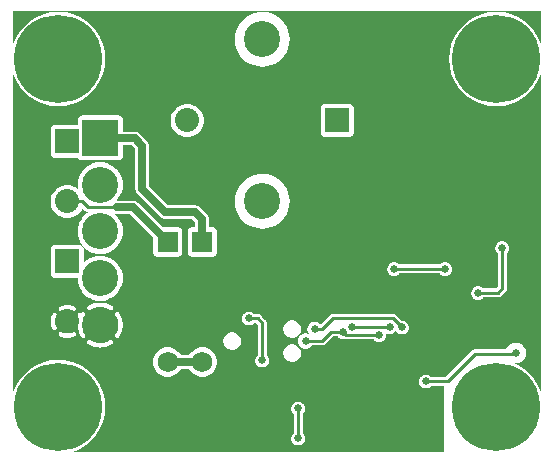
<source format=gbr>
G04 start of page 3 for group 1 idx 1 *
G04 Title: (unknown), bottom *
G04 Creator: pcb 20140316 *
G04 CreationDate: Wed 15 Apr 2020 03:26:38 PM GMT UTC *
G04 For: railfan *
G04 Format: Gerber/RS-274X *
G04 PCB-Dimensions (mil): 1800.00 1500.00 *
G04 PCB-Coordinate-Origin: lower left *
%MOIN*%
%FSLAX25Y25*%
%LNBOTTOM*%
%ADD49C,0.0390*%
%ADD48C,0.0380*%
%ADD47C,0.0600*%
%ADD46C,0.1285*%
%ADD45C,0.0480*%
%ADD44C,0.0120*%
%ADD43C,0.0260*%
%ADD42C,0.0680*%
%ADD41C,0.1200*%
%ADD40C,0.2937*%
%ADD39C,0.0800*%
%ADD38C,0.0250*%
%ADD37C,0.0100*%
%ADD36C,0.0001*%
G54D36*G36*
X36442Y46813D02*X36582Y46500D01*
X36764Y45967D01*
X36895Y45420D01*
X36974Y44862D01*
X37000Y44300D01*
X36974Y43738D01*
X36895Y43180D01*
X36764Y42633D01*
X36582Y42100D01*
X36442Y41787D01*
Y46813D01*
G37*
G36*
Y99213D02*X37235Y99214D01*
X37465Y99269D01*
X37683Y99359D01*
X37884Y99483D01*
X38064Y99636D01*
X38217Y99816D01*
X38341Y100017D01*
X38431Y100235D01*
X38486Y100465D01*
X38500Y100700D01*
X38496Y104250D01*
X41568D01*
X42750Y103068D01*
Y89588D01*
X42743Y89500D01*
X42771Y89147D01*
X42854Y88803D01*
X42989Y88475D01*
X43174Y88173D01*
X43174Y88173D01*
X43404Y87904D01*
X43471Y87847D01*
X50847Y80471D01*
X50904Y80404D01*
X51173Y80174D01*
X51173Y80174D01*
X51361Y80059D01*
X51475Y79989D01*
X51803Y79854D01*
X52147Y79771D01*
X52147D01*
X52500Y79743D01*
X52588Y79750D01*
X61500D01*
Y76886D01*
X61365Y76886D01*
X61135Y76831D01*
X60917Y76741D01*
X60716Y76617D01*
X60536Y76464D01*
X60383Y76284D01*
X60259Y76083D01*
X60169Y75865D01*
X60114Y75635D01*
X60100Y75400D01*
X60114Y68365D01*
X60169Y68135D01*
X60259Y67917D01*
X60383Y67716D01*
X60536Y67536D01*
X60716Y67383D01*
X60917Y67259D01*
X61135Y67169D01*
X61365Y67114D01*
X61500Y67106D01*
Y35447D01*
X61024Y34889D01*
X60632Y34250D01*
X57868D01*
X57476Y34889D01*
X56976Y35476D01*
X56389Y35976D01*
X55731Y36379D01*
X55019Y36675D01*
X54269Y36855D01*
X53500Y36915D01*
X52731Y36855D01*
X51981Y36675D01*
X51269Y36379D01*
X50611Y35976D01*
X50024Y35476D01*
X49524Y34889D01*
X49121Y34231D01*
X48825Y33519D01*
X48645Y32769D01*
X48585Y32000D01*
X48645Y31231D01*
X48825Y30481D01*
X49121Y29769D01*
X49524Y29111D01*
X50024Y28524D01*
X50611Y28024D01*
X51269Y27621D01*
X51981Y27325D01*
X52731Y27145D01*
X53500Y27085D01*
X54269Y27145D01*
X55019Y27325D01*
X55731Y27621D01*
X56389Y28024D01*
X56976Y28524D01*
X57476Y29111D01*
X57868Y29750D01*
X60632D01*
X61024Y29111D01*
X61500Y28553D01*
Y2000D01*
X36442D01*
Y39995D01*
X36522Y39967D01*
X36638Y39947D01*
X36757Y39946D01*
X36873Y39963D01*
X36986Y39998D01*
X37092Y40050D01*
X37188Y40118D01*
X37273Y40200D01*
X37342Y40296D01*
X37696Y40904D01*
X37985Y41547D01*
X38213Y42214D01*
X38376Y42899D01*
X38475Y43596D01*
X38508Y44300D01*
X38475Y45004D01*
X38376Y45701D01*
X38213Y46386D01*
X37985Y47053D01*
X37696Y47696D01*
X37349Y48308D01*
X37278Y48404D01*
X37193Y48487D01*
X37095Y48556D01*
X36989Y48609D01*
X36875Y48644D01*
X36757Y48661D01*
X36638Y48659D01*
X36521Y48639D01*
X36442Y48612D01*
Y54723D01*
X37086Y55478D01*
X37703Y56485D01*
X38155Y57575D01*
X38431Y58723D01*
X38500Y59900D01*
X38431Y61077D01*
X38155Y62225D01*
X37703Y63315D01*
X37086Y64322D01*
X36442Y65077D01*
Y70323D01*
X37086Y71078D01*
X37703Y72085D01*
X38155Y73175D01*
X38431Y74323D01*
X38500Y75500D01*
X38431Y76677D01*
X38155Y77825D01*
X37703Y78915D01*
X37086Y79922D01*
X36442Y80677D01*
Y81253D01*
X36500Y81250D01*
X41068D01*
X48603Y73715D01*
X48614Y68365D01*
X48669Y68135D01*
X48759Y67917D01*
X48883Y67716D01*
X49036Y67536D01*
X49216Y67383D01*
X49417Y67259D01*
X49635Y67169D01*
X49865Y67114D01*
X50100Y67100D01*
X57135Y67114D01*
X57365Y67169D01*
X57583Y67259D01*
X57784Y67383D01*
X57964Y67536D01*
X58117Y67716D01*
X58241Y67917D01*
X58331Y68135D01*
X58386Y68365D01*
X58400Y68600D01*
X58386Y75635D01*
X58331Y75865D01*
X58241Y76083D01*
X58117Y76284D01*
X57964Y76464D01*
X57784Y76617D01*
X57583Y76741D01*
X57365Y76831D01*
X57135Y76886D01*
X56900Y76900D01*
X51792Y76890D01*
X43653Y85029D01*
X43596Y85096D01*
X43327Y85326D01*
X43025Y85511D01*
X42697Y85646D01*
X42353Y85729D01*
X42353Y85729D01*
X42000Y85757D01*
X41912Y85750D01*
X36500D01*
X36442Y85747D01*
Y85923D01*
X37086Y86678D01*
X37703Y87685D01*
X38155Y88775D01*
X38431Y89923D01*
X38500Y91100D01*
X38431Y92277D01*
X38155Y93425D01*
X37703Y94515D01*
X37086Y95522D01*
X36442Y96277D01*
Y99213D01*
G37*
G36*
Y149000D02*X61500D01*
Y117796D01*
X60863Y117949D01*
X60000Y118017D01*
X59137Y117949D01*
X58295Y117747D01*
X57495Y117416D01*
X56757Y116963D01*
X56099Y116401D01*
X55537Y115743D01*
X55084Y115005D01*
X54753Y114205D01*
X54551Y113363D01*
X54483Y112500D01*
X54551Y111637D01*
X54753Y110795D01*
X55084Y109995D01*
X55537Y109257D01*
X56099Y108599D01*
X56757Y108037D01*
X57495Y107584D01*
X58295Y107253D01*
X59137Y107051D01*
X60000Y106983D01*
X60863Y107051D01*
X61500Y107204D01*
Y84250D01*
X53432D01*
X47250Y90432D01*
Y103912D01*
X47257Y104000D01*
X47229Y104353D01*
X47146Y104697D01*
X47107Y104793D01*
X47011Y105025D01*
X46896Y105212D01*
X46826Y105327D01*
X46826Y105327D01*
X46596Y105596D01*
X46529Y105653D01*
X44153Y108029D01*
X44096Y108096D01*
X43827Y108326D01*
X43525Y108511D01*
X43197Y108646D01*
X42853Y108729D01*
X42853Y108729D01*
X42500Y108757D01*
X42412Y108750D01*
X38491D01*
X38486Y112935D01*
X38431Y113165D01*
X38341Y113383D01*
X38217Y113584D01*
X38064Y113764D01*
X37884Y113917D01*
X37683Y114041D01*
X37465Y114131D01*
X37235Y114186D01*
X37000Y114200D01*
X36442Y114199D01*
Y149000D01*
G37*
G36*
Y80677D02*X36320Y80820D01*
X35593Y81440D01*
X35803Y81354D01*
X36147Y81271D01*
X36442Y81253D01*
Y80677D01*
G37*
G36*
Y85747D02*X36268Y85736D01*
X36320Y85780D01*
X36442Y85923D01*
Y85747D01*
G37*
G36*
X31003Y52377D02*X32177Y52469D01*
X33325Y52745D01*
X34415Y53197D01*
X35422Y53814D01*
X36320Y54580D01*
X36442Y54723D01*
Y48612D01*
X36408Y48601D01*
X36302Y48545D01*
X36207Y48474D01*
X36124Y48389D01*
X36055Y48291D01*
X36003Y48185D01*
X35967Y48071D01*
X35950Y47953D01*
X35952Y47834D01*
X35972Y47717D01*
X36010Y47604D01*
X36068Y47500D01*
X36351Y47014D01*
X36442Y46813D01*
Y41787D01*
X36351Y41586D01*
X36073Y41097D01*
X36016Y40994D01*
X35978Y40882D01*
X35958Y40765D01*
X35957Y40647D01*
X35974Y40531D01*
X36009Y40418D01*
X36061Y40312D01*
X36129Y40215D01*
X36211Y40131D01*
X36306Y40060D01*
X36410Y40005D01*
X36442Y39995D01*
Y2000D01*
X31003D01*
Y9834D01*
X31018Y9858D01*
X31962Y12138D01*
X32539Y14539D01*
X32684Y17000D01*
X32539Y19461D01*
X31962Y21862D01*
X31018Y24142D01*
X31003Y24166D01*
Y36792D01*
X31704Y36825D01*
X32401Y36924D01*
X33086Y37087D01*
X33753Y37315D01*
X34396Y37604D01*
X35008Y37951D01*
X35104Y38022D01*
X35187Y38107D01*
X35256Y38205D01*
X35309Y38311D01*
X35344Y38425D01*
X35361Y38543D01*
X35359Y38662D01*
X35339Y38779D01*
X35301Y38892D01*
X35245Y38998D01*
X35174Y39093D01*
X35089Y39176D01*
X34991Y39245D01*
X34885Y39297D01*
X34771Y39333D01*
X34653Y39350D01*
X34534Y39348D01*
X34417Y39328D01*
X34304Y39290D01*
X34200Y39232D01*
X33714Y38949D01*
X33200Y38718D01*
X32667Y38536D01*
X32120Y38405D01*
X31562Y38326D01*
X31003Y38300D01*
Y50300D01*
X31562Y50274D01*
X32120Y50195D01*
X32667Y50064D01*
X33200Y49882D01*
X33714Y49651D01*
X34203Y49373D01*
X34306Y49316D01*
X34418Y49278D01*
X34535Y49258D01*
X34653Y49257D01*
X34769Y49274D01*
X34882Y49309D01*
X34988Y49361D01*
X35085Y49429D01*
X35169Y49511D01*
X35240Y49606D01*
X35295Y49710D01*
X35333Y49822D01*
X35353Y49938D01*
X35354Y50057D01*
X35337Y50173D01*
X35302Y50286D01*
X35250Y50392D01*
X35182Y50488D01*
X35100Y50573D01*
X35004Y50642D01*
X34396Y50996D01*
X33753Y51285D01*
X33086Y51513D01*
X32401Y51676D01*
X31704Y51775D01*
X31003Y51808D01*
Y52377D01*
G37*
G36*
Y67977D02*X32177Y68069D01*
X33325Y68345D01*
X34415Y68797D01*
X35422Y69414D01*
X36320Y70180D01*
X36442Y70323D01*
Y65077D01*
X36320Y65220D01*
X35422Y65986D01*
X34415Y66603D01*
X33325Y67055D01*
X32177Y67331D01*
X31003Y67423D01*
Y67977D01*
G37*
G36*
Y99207D02*X36442Y99213D01*
Y96277D01*
X36320Y96420D01*
X35422Y97186D01*
X34415Y97803D01*
X33325Y98255D01*
X32177Y98531D01*
X31003Y98623D01*
Y99207D01*
G37*
G36*
Y125834D02*X31018Y125858D01*
X31962Y128138D01*
X32539Y130539D01*
X32684Y133000D01*
X32539Y135461D01*
X31962Y137862D01*
X31018Y140142D01*
X31003Y140166D01*
Y149000D01*
X36442D01*
Y114199D01*
X31003Y114193D01*
Y125834D01*
G37*
G36*
Y2000D02*X21705D01*
X21862Y2038D01*
X24142Y2982D01*
X26247Y4272D01*
X28124Y5876D01*
X29728Y7753D01*
X31003Y9834D01*
Y2000D01*
G37*
G36*
Y140166D02*X29728Y142247D01*
X28124Y144124D01*
X26247Y145728D01*
X24142Y147018D01*
X21862Y147962D01*
X19461Y148539D01*
X17000Y148732D01*
X14539Y148539D01*
X12138Y147962D01*
X9858Y147018D01*
X7753Y145728D01*
X5876Y144124D01*
X4272Y142247D01*
X2982Y140142D01*
X2038Y137862D01*
X2000Y137705D01*
Y149000D01*
X31003D01*
Y140166D01*
G37*
G36*
X24764Y55722D02*X24914Y55478D01*
X25680Y54580D01*
X26578Y53814D01*
X27585Y53197D01*
X28675Y52745D01*
X29823Y52469D01*
X31000Y52377D01*
X31003Y52377D01*
Y51808D01*
X31000Y51808D01*
X30296Y51775D01*
X29599Y51676D01*
X28914Y51513D01*
X28247Y51285D01*
X27604Y50996D01*
X26992Y50649D01*
X26896Y50578D01*
X26813Y50493D01*
X26744Y50395D01*
X26691Y50289D01*
X26656Y50175D01*
X26639Y50057D01*
X26641Y49938D01*
X26661Y49821D01*
X26699Y49708D01*
X26755Y49602D01*
X26826Y49507D01*
X26911Y49424D01*
X27009Y49355D01*
X27115Y49303D01*
X27229Y49267D01*
X27347Y49250D01*
X27466Y49252D01*
X27583Y49272D01*
X27696Y49310D01*
X27800Y49368D01*
X28286Y49651D01*
X28800Y49882D01*
X29333Y50064D01*
X29880Y50195D01*
X30438Y50274D01*
X31000Y50300D01*
X31003Y50300D01*
Y38300D01*
X31000Y38300D01*
X30438Y38326D01*
X29880Y38405D01*
X29333Y38536D01*
X28800Y38718D01*
X28286Y38949D01*
X27797Y39227D01*
X27694Y39284D01*
X27582Y39322D01*
X27465Y39342D01*
X27347Y39343D01*
X27231Y39326D01*
X27118Y39291D01*
X27012Y39239D01*
X26915Y39171D01*
X26831Y39089D01*
X26760Y38994D01*
X26705Y38890D01*
X26667Y38778D01*
X26647Y38662D01*
X26646Y38543D01*
X26663Y38427D01*
X26698Y38314D01*
X26750Y38208D01*
X26818Y38112D01*
X26900Y38027D01*
X26996Y37958D01*
X27604Y37604D01*
X28247Y37315D01*
X28914Y37087D01*
X29599Y36924D01*
X30296Y36825D01*
X31000Y36792D01*
X31003Y36792D01*
Y24166D01*
X29728Y26247D01*
X28124Y28124D01*
X26247Y29728D01*
X24764Y30636D01*
Y40154D01*
X24807Y40113D01*
X24905Y40044D01*
X25011Y39991D01*
X25125Y39956D01*
X25243Y39939D01*
X25362Y39941D01*
X25479Y39961D01*
X25592Y39999D01*
X25698Y40055D01*
X25793Y40126D01*
X25876Y40211D01*
X25945Y40309D01*
X25997Y40415D01*
X26033Y40529D01*
X26050Y40647D01*
X26048Y40766D01*
X26028Y40883D01*
X25990Y40996D01*
X25932Y41100D01*
X25649Y41586D01*
X25418Y42100D01*
X25236Y42633D01*
X25105Y43180D01*
X25077Y43382D01*
X25122Y43480D01*
X25289Y43969D01*
X25409Y44472D01*
X25482Y44984D01*
X25506Y45500D01*
X25482Y46016D01*
X25415Y46490D01*
X25418Y46500D01*
X25649Y47014D01*
X25927Y47503D01*
X25984Y47606D01*
X26022Y47718D01*
X26042Y47835D01*
X26043Y47953D01*
X26026Y48069D01*
X25991Y48182D01*
X25939Y48288D01*
X25871Y48385D01*
X25789Y48469D01*
X25694Y48540D01*
X25590Y48595D01*
X25478Y48633D01*
X25362Y48653D01*
X25243Y48654D01*
X25127Y48637D01*
X25014Y48602D01*
X24908Y48550D01*
X24812Y48482D01*
X24764Y48436D01*
Y55722D01*
G37*
G36*
Y71322D02*X24914Y71078D01*
X25680Y70180D01*
X26578Y69414D01*
X27585Y68797D01*
X28675Y68345D01*
X29823Y68069D01*
X31000Y67977D01*
X31003Y67977D01*
Y67423D01*
X31000Y67423D01*
X29823Y67331D01*
X28675Y67055D01*
X27585Y66603D01*
X26578Y65986D01*
X25680Y65220D01*
X25494Y65002D01*
X25486Y69735D01*
X25431Y69965D01*
X25341Y70183D01*
X25217Y70384D01*
X25064Y70564D01*
X24884Y70717D01*
X24764Y70791D01*
Y71322D01*
G37*
G36*
Y82749D02*X24916Y82995D01*
X25053Y83326D01*
X25898Y82481D01*
X25936Y82436D01*
X26116Y82283D01*
X26317Y82159D01*
X26535Y82069D01*
X26765Y82014D01*
X27000Y81995D01*
X27059Y82000D01*
X27253D01*
X26578Y81586D01*
X25680Y80820D01*
X24914Y79922D01*
X24764Y79678D01*
Y82749D01*
G37*
G36*
Y99214D02*X24765Y99214D01*
X25000Y99200D01*
X31003Y99207D01*
Y98623D01*
X31000Y98623D01*
X29823Y98531D01*
X28675Y98255D01*
X27585Y97803D01*
X26578Y97186D01*
X25680Y96420D01*
X24914Y95522D01*
X24764Y95278D01*
Y99214D01*
G37*
G36*
Y119364D02*X26247Y120272D01*
X28124Y121876D01*
X29728Y123753D01*
X31003Y125834D01*
Y114193D01*
X24765Y114186D01*
X24764Y114186D01*
Y119364D01*
G37*
G36*
X20002Y60007D02*X23486Y60013D01*
X23477Y59900D01*
X23569Y58723D01*
X23845Y57575D01*
X24297Y56485D01*
X24764Y55722D01*
Y48436D01*
X24727Y48400D01*
X24658Y48304D01*
X24646Y48283D01*
X24580Y48323D01*
X24471Y48369D01*
X24355Y48397D01*
X24237Y48406D01*
X24119Y48397D01*
X24003Y48370D01*
X23893Y48324D01*
X23792Y48262D01*
X23702Y48186D01*
X23624Y48095D01*
X23562Y47994D01*
X23516Y47885D01*
X23489Y47769D01*
X23479Y47651D01*
X23488Y47532D01*
X23516Y47417D01*
X23563Y47308D01*
X23721Y46968D01*
X23842Y46612D01*
X23851Y46574D01*
X23787Y46386D01*
X23624Y45701D01*
X23525Y45004D01*
X23492Y44300D01*
X23525Y43596D01*
X23525Y43594D01*
X23520Y43582D01*
X23493Y43467D01*
X23483Y43349D01*
X23493Y43232D01*
X23521Y43117D01*
X23566Y43008D01*
X23621Y42919D01*
X23624Y42899D01*
X23787Y42214D01*
X24015Y41547D01*
X24304Y40904D01*
X24651Y40292D01*
X24722Y40196D01*
X24764Y40154D01*
Y30636D01*
X24142Y31018D01*
X21862Y31962D01*
X20002Y32409D01*
Y39994D01*
X20516Y40018D01*
X21028Y40091D01*
X21531Y40211D01*
X22020Y40378D01*
X22492Y40590D01*
X22593Y40651D01*
X22684Y40728D01*
X22761Y40818D01*
X22823Y40920D01*
X22869Y41029D01*
X22897Y41145D01*
X22906Y41263D01*
X22897Y41381D01*
X22870Y41497D01*
X22824Y41607D01*
X22762Y41708D01*
X22686Y41798D01*
X22595Y41876D01*
X22494Y41938D01*
X22385Y41984D01*
X22269Y42011D01*
X22151Y42021D01*
X22032Y42012D01*
X21917Y41984D01*
X21808Y41937D01*
X21468Y41779D01*
X21112Y41658D01*
X20747Y41570D01*
X20375Y41518D01*
X20002Y41500D01*
Y49500D01*
X20375Y49482D01*
X20747Y49430D01*
X21112Y49342D01*
X21468Y49221D01*
X21810Y49067D01*
X21918Y49020D01*
X22033Y48993D01*
X22151Y48983D01*
X22268Y48993D01*
X22383Y49021D01*
X22492Y49066D01*
X22593Y49128D01*
X22682Y49205D01*
X22759Y49295D01*
X22820Y49395D01*
X22865Y49504D01*
X22893Y49619D01*
X22902Y49737D01*
X22892Y49855D01*
X22865Y49969D01*
X22819Y50078D01*
X22757Y50179D01*
X22681Y50269D01*
X22591Y50345D01*
X22489Y50405D01*
X22020Y50622D01*
X21531Y50789D01*
X21028Y50909D01*
X20516Y50982D01*
X20002Y51006D01*
Y60007D01*
G37*
G36*
Y79983D02*X20863Y80051D01*
X21705Y80253D01*
X22505Y80584D01*
X23243Y81037D01*
X23901Y81599D01*
X24463Y82257D01*
X24764Y82749D01*
Y79678D01*
X24297Y78915D01*
X23845Y77825D01*
X23569Y76677D01*
X23477Y75500D01*
X23569Y74323D01*
X23845Y73175D01*
X24297Y72085D01*
X24764Y71322D01*
Y70791D01*
X24683Y70841D01*
X24465Y70931D01*
X24235Y70986D01*
X24000Y71000D01*
X20002Y70993D01*
Y79983D01*
G37*
G36*
Y100007D02*X23662Y100013D01*
X23783Y99816D01*
X23936Y99636D01*
X24116Y99483D01*
X24317Y99359D01*
X24535Y99269D01*
X24764Y99214D01*
Y95278D01*
X24297Y94515D01*
X23845Y93425D01*
X23569Y92277D01*
X23477Y91100D01*
X23569Y89923D01*
X23642Y89623D01*
X23243Y89963D01*
X22505Y90416D01*
X21705Y90747D01*
X20863Y90949D01*
X20002Y91017D01*
Y100007D01*
G37*
G36*
Y117591D02*X21862Y118038D01*
X24142Y118982D01*
X24764Y119364D01*
Y114186D01*
X24535Y114131D01*
X24317Y114041D01*
X24116Y113917D01*
X23936Y113764D01*
X23783Y113584D01*
X23659Y113383D01*
X23569Y113165D01*
X23514Y112935D01*
X23500Y112700D01*
X23502Y110999D01*
X20002Y110993D01*
Y117591D01*
G37*
G36*
X15507Y60080D02*X15535Y60069D01*
X15765Y60014D01*
X16000Y60000D01*
X20002Y60007D01*
Y51006D01*
X20000Y51006D01*
X19484Y50982D01*
X18972Y50909D01*
X18469Y50789D01*
X17980Y50622D01*
X17508Y50410D01*
X17407Y50349D01*
X17316Y50272D01*
X17239Y50182D01*
X17177Y50080D01*
X17131Y49971D01*
X17103Y49855D01*
X17094Y49737D01*
X17103Y49619D01*
X17130Y49503D01*
X17176Y49393D01*
X17238Y49292D01*
X17314Y49202D01*
X17405Y49124D01*
X17506Y49062D01*
X17615Y49016D01*
X17731Y48989D01*
X17849Y48979D01*
X17968Y48988D01*
X18083Y49016D01*
X18192Y49063D01*
X18532Y49221D01*
X18888Y49342D01*
X19253Y49430D01*
X19625Y49482D01*
X20000Y49500D01*
X20002Y49500D01*
Y41500D01*
X20000Y41500D01*
X19625Y41518D01*
X19253Y41570D01*
X18888Y41658D01*
X18532Y41779D01*
X18190Y41933D01*
X18082Y41980D01*
X17967Y42007D01*
X17849Y42017D01*
X17732Y42007D01*
X17617Y41979D01*
X17508Y41934D01*
X17407Y41872D01*
X17318Y41795D01*
X17241Y41705D01*
X17180Y41605D01*
X17135Y41496D01*
X17107Y41381D01*
X17098Y41263D01*
X17108Y41145D01*
X17135Y41031D01*
X17181Y40922D01*
X17243Y40821D01*
X17319Y40731D01*
X17409Y40655D01*
X17511Y40595D01*
X17980Y40378D01*
X18469Y40211D01*
X18972Y40091D01*
X19484Y40018D01*
X20000Y39994D01*
X20002Y39994D01*
Y32409D01*
X19461Y32539D01*
X17000Y32732D01*
X15507Y32615D01*
Y42640D01*
X15529Y42631D01*
X15645Y42603D01*
X15763Y42594D01*
X15881Y42603D01*
X15997Y42630D01*
X16107Y42676D01*
X16208Y42738D01*
X16298Y42814D01*
X16376Y42905D01*
X16438Y43006D01*
X16484Y43115D01*
X16511Y43231D01*
X16521Y43349D01*
X16512Y43468D01*
X16484Y43583D01*
X16437Y43692D01*
X16279Y44032D01*
X16158Y44388D01*
X16070Y44753D01*
X16018Y45125D01*
X16000Y45500D01*
X16018Y45875D01*
X16070Y46247D01*
X16158Y46612D01*
X16279Y46968D01*
X16433Y47310D01*
X16480Y47418D01*
X16507Y47533D01*
X16517Y47651D01*
X16507Y47768D01*
X16479Y47883D01*
X16434Y47992D01*
X16372Y48093D01*
X16295Y48182D01*
X16205Y48259D01*
X16105Y48320D01*
X15996Y48365D01*
X15881Y48393D01*
X15763Y48402D01*
X15645Y48392D01*
X15531Y48365D01*
X15507Y48355D01*
Y60080D01*
G37*
G36*
Y82305D02*X15537Y82257D01*
X16099Y81599D01*
X16757Y81037D01*
X17495Y80584D01*
X18295Y80253D01*
X19137Y80051D01*
X20000Y79983D01*
X20002Y79983D01*
Y70993D01*
X15765Y70986D01*
X15535Y70931D01*
X15507Y70920D01*
Y82305D01*
G37*
G36*
Y100080D02*X15535Y100069D01*
X15765Y100014D01*
X16000Y100000D01*
X20002Y100007D01*
Y91017D01*
X20000Y91017D01*
X19137Y90949D01*
X18295Y90747D01*
X17495Y90416D01*
X16757Y89963D01*
X16099Y89401D01*
X15537Y88743D01*
X15507Y88695D01*
Y100080D01*
G37*
G36*
Y117385D02*X17000Y117268D01*
X19461Y117461D01*
X20002Y117591D01*
Y110993D01*
X15765Y110986D01*
X15535Y110931D01*
X15507Y110920D01*
Y117385D01*
G37*
G36*
X2000Y21705D02*Y128295D01*
X2038Y128138D01*
X2982Y125858D01*
X4272Y123753D01*
X5876Y121876D01*
X7753Y120272D01*
X9858Y118982D01*
X12138Y118038D01*
X14539Y117461D01*
X15507Y117385D01*
Y110920D01*
X15317Y110841D01*
X15116Y110717D01*
X14936Y110564D01*
X14783Y110384D01*
X14659Y110183D01*
X14569Y109965D01*
X14514Y109735D01*
X14500Y109500D01*
X14514Y101265D01*
X14569Y101035D01*
X14659Y100817D01*
X14783Y100616D01*
X14936Y100436D01*
X15116Y100283D01*
X15317Y100159D01*
X15507Y100080D01*
Y88695D01*
X15084Y88005D01*
X14753Y87205D01*
X14551Y86363D01*
X14483Y85500D01*
X14551Y84637D01*
X14753Y83795D01*
X15084Y82995D01*
X15507Y82305D01*
Y70920D01*
X15317Y70841D01*
X15116Y70717D01*
X14936Y70564D01*
X14783Y70384D01*
X14659Y70183D01*
X14569Y69965D01*
X14514Y69735D01*
X14500Y69500D01*
X14514Y61265D01*
X14569Y61035D01*
X14659Y60817D01*
X14783Y60616D01*
X14936Y60436D01*
X15116Y60283D01*
X15317Y60159D01*
X15507Y60080D01*
Y48355D01*
X15422Y48319D01*
X15321Y48257D01*
X15231Y48181D01*
X15155Y48091D01*
X15095Y47989D01*
X14878Y47520D01*
X14711Y47031D01*
X14591Y46528D01*
X14518Y46016D01*
X14494Y45500D01*
X14518Y44984D01*
X14591Y44472D01*
X14711Y43969D01*
X14878Y43480D01*
X15090Y43008D01*
X15151Y42907D01*
X15228Y42816D01*
X15318Y42739D01*
X15420Y42677D01*
X15507Y42640D01*
Y32615D01*
X14539Y32539D01*
X12138Y31962D01*
X9858Y31018D01*
X7753Y29728D01*
X5876Y28124D01*
X4272Y26247D01*
X2982Y24142D01*
X2038Y21862D01*
X2000Y21705D01*
G37*
G36*
X94995Y149000D02*X99500D01*
Y41608D01*
X99092Y41576D01*
X98694Y41480D01*
X98316Y41324D01*
X97967Y41110D01*
X97656Y40844D01*
X97390Y40533D01*
X97176Y40184D01*
X97020Y39806D01*
X96924Y39408D01*
X96892Y39000D01*
X96924Y38592D01*
X97020Y38194D01*
X97176Y37816D01*
X97390Y37467D01*
X97656Y37156D01*
X97967Y36890D01*
X98316Y36676D01*
X98694Y36520D01*
X99092Y36424D01*
X99500Y36392D01*
Y36000D01*
X97779D01*
X97637Y36343D01*
X97394Y36739D01*
X97092Y37092D01*
X96739Y37394D01*
X96343Y37637D01*
X95914Y37814D01*
X95463Y37923D01*
X95000Y37959D01*
X94995Y37959D01*
Y40041D01*
X95000Y40041D01*
X95463Y40077D01*
X95914Y40186D01*
X96343Y40363D01*
X96739Y40606D01*
X97092Y40908D01*
X97394Y41261D01*
X97637Y41657D01*
X97814Y42086D01*
X97923Y42537D01*
X97950Y43000D01*
X97923Y43463D01*
X97814Y43914D01*
X97637Y44343D01*
X97394Y44739D01*
X97092Y45092D01*
X96739Y45394D01*
X96343Y45637D01*
X95914Y45814D01*
X95463Y45923D01*
X95000Y45959D01*
X94995Y45959D01*
Y149000D01*
G37*
G36*
X84986D02*X94995D01*
Y45959D01*
X94537Y45923D01*
X94086Y45814D01*
X93657Y45637D01*
X93261Y45394D01*
X92908Y45092D01*
X92606Y44739D01*
X92363Y44343D01*
X92186Y43914D01*
X92077Y43463D01*
X92041Y43000D01*
X92077Y42537D01*
X92186Y42086D01*
X92363Y41657D01*
X92606Y41261D01*
X92908Y40908D01*
X93261Y40606D01*
X93657Y40363D01*
X94086Y40186D01*
X94537Y40077D01*
X94995Y40041D01*
Y37959D01*
X94537Y37923D01*
X94086Y37814D01*
X93657Y37637D01*
X93261Y37394D01*
X92908Y37092D01*
X92606Y36739D01*
X92363Y36343D01*
X92221Y36000D01*
X86500D01*
Y44941D01*
X86505Y45000D01*
X86486Y45235D01*
X86486Y45235D01*
X86431Y45465D01*
X86341Y45683D01*
X86217Y45884D01*
X86064Y46064D01*
X86019Y46102D01*
X84986Y47135D01*
Y76373D01*
X85000Y76372D01*
X86428Y76484D01*
X87821Y76819D01*
X89144Y77367D01*
X90365Y78115D01*
X91455Y79045D01*
X92385Y80135D01*
X93133Y81356D01*
X93681Y82679D01*
X94016Y84072D01*
X94100Y85500D01*
X94016Y86928D01*
X93681Y88321D01*
X93133Y89644D01*
X92385Y90865D01*
X91455Y91955D01*
X90365Y92885D01*
X89144Y93633D01*
X87821Y94181D01*
X86428Y94516D01*
X85000Y94628D01*
X84986Y94627D01*
Y130373D01*
X85000Y130372D01*
X86428Y130484D01*
X87821Y130819D01*
X89144Y131367D01*
X90365Y132115D01*
X91455Y133045D01*
X92385Y134135D01*
X93133Y135356D01*
X93681Y136679D01*
X94016Y138072D01*
X94100Y139500D01*
X94016Y140928D01*
X93681Y142321D01*
X93133Y143644D01*
X92385Y144865D01*
X91455Y145955D01*
X90365Y146885D01*
X89144Y147633D01*
X87821Y148181D01*
X86428Y148516D01*
X85000Y148628D01*
X84986Y148627D01*
Y149000D01*
G37*
G36*
X74995D02*X84986D01*
Y148627D01*
X83572Y148516D01*
X82179Y148181D01*
X80856Y147633D01*
X79635Y146885D01*
X78545Y145955D01*
X77615Y144865D01*
X76867Y143644D01*
X76319Y142321D01*
X75984Y140928D01*
X75872Y139500D01*
X75984Y138072D01*
X76319Y136679D01*
X76867Y135356D01*
X77615Y134135D01*
X78545Y133045D01*
X79635Y132115D01*
X80856Y131367D01*
X82179Y130819D01*
X83572Y130484D01*
X84986Y130373D01*
Y94627D01*
X83572Y94516D01*
X82179Y94181D01*
X80856Y93633D01*
X79635Y92885D01*
X78545Y91955D01*
X77615Y90865D01*
X76867Y89644D01*
X76319Y88321D01*
X75984Y86928D01*
X75872Y85500D01*
X75984Y84072D01*
X76319Y82679D01*
X76867Y81356D01*
X77615Y80135D01*
X78545Y79045D01*
X79635Y78115D01*
X80856Y77367D01*
X82179Y76819D01*
X83572Y76484D01*
X84986Y76373D01*
Y47135D01*
X84602Y47519D01*
X84564Y47564D01*
X84384Y47717D01*
X84183Y47841D01*
X83965Y47931D01*
X83735Y47986D01*
X83735Y47986D01*
X83500Y48005D01*
X83441Y48000D01*
X82244D01*
X82131Y48131D01*
X81856Y48366D01*
X81547Y48556D01*
X81213Y48694D01*
X80861Y48779D01*
X80500Y48807D01*
X80139Y48779D01*
X79787Y48694D01*
X79453Y48556D01*
X79144Y48366D01*
X78869Y48131D01*
X78634Y47856D01*
X78444Y47547D01*
X78306Y47213D01*
X78221Y46861D01*
X78193Y46500D01*
X78221Y46139D01*
X78306Y45787D01*
X78444Y45453D01*
X78634Y45144D01*
X78869Y44869D01*
X79144Y44634D01*
X79453Y44444D01*
X79787Y44306D01*
X80139Y44221D01*
X80500Y44193D01*
X80861Y44221D01*
X81213Y44306D01*
X81547Y44444D01*
X81856Y44634D01*
X82131Y44869D01*
X82244Y45000D01*
X82879D01*
X83500Y44379D01*
Y36000D01*
X74995D01*
Y36041D01*
X75000Y36041D01*
X75463Y36077D01*
X75914Y36186D01*
X76343Y36363D01*
X76739Y36606D01*
X77092Y36908D01*
X77394Y37261D01*
X77637Y37657D01*
X77814Y38086D01*
X77923Y38537D01*
X77950Y39000D01*
X77923Y39463D01*
X77814Y39914D01*
X77637Y40343D01*
X77394Y40739D01*
X77092Y41092D01*
X76739Y41394D01*
X76343Y41637D01*
X75914Y41814D01*
X75463Y41923D01*
X75000Y41959D01*
X74995Y41959D01*
Y149000D01*
G37*
G36*
X58000Y36000D02*Y67578D01*
X58117Y67716D01*
X58241Y67917D01*
X58331Y68135D01*
X58386Y68365D01*
X58400Y68600D01*
X58386Y75635D01*
X58331Y75865D01*
X58241Y76083D01*
X58117Y76284D01*
X58000Y76422D01*
Y79750D01*
X61568D01*
X62750Y78568D01*
Y76889D01*
X61365Y76886D01*
X61135Y76831D01*
X60917Y76741D01*
X60716Y76617D01*
X60536Y76464D01*
X60383Y76284D01*
X60259Y76083D01*
X60169Y75865D01*
X60114Y75635D01*
X60100Y75400D01*
X60114Y68365D01*
X60169Y68135D01*
X60259Y67917D01*
X60383Y67716D01*
X60536Y67536D01*
X60716Y67383D01*
X60917Y67259D01*
X61135Y67169D01*
X61365Y67114D01*
X61600Y67100D01*
X68635Y67114D01*
X68865Y67169D01*
X69083Y67259D01*
X69284Y67383D01*
X69464Y67536D01*
X69617Y67716D01*
X69741Y67917D01*
X69831Y68135D01*
X69886Y68365D01*
X69900Y68600D01*
X69886Y75635D01*
X69831Y75865D01*
X69741Y76083D01*
X69617Y76284D01*
X69464Y76464D01*
X69284Y76617D01*
X69083Y76741D01*
X68865Y76831D01*
X68635Y76886D01*
X68400Y76900D01*
X67250Y76898D01*
Y79412D01*
X67257Y79500D01*
X67229Y79853D01*
X67229Y79853D01*
X67146Y80197D01*
X67011Y80525D01*
X66826Y80827D01*
X66596Y81096D01*
X66529Y81153D01*
X64153Y83529D01*
X64096Y83596D01*
X63827Y83826D01*
X63525Y84011D01*
X63197Y84146D01*
X62853Y84229D01*
X62853Y84229D01*
X62500Y84257D01*
X62412Y84250D01*
X58000D01*
Y107375D01*
X58295Y107253D01*
X59137Y107051D01*
X60000Y106983D01*
X60863Y107051D01*
X61705Y107253D01*
X62505Y107584D01*
X63243Y108037D01*
X63901Y108599D01*
X64463Y109257D01*
X64916Y109995D01*
X65247Y110795D01*
X65449Y111637D01*
X65500Y112500D01*
X65449Y113363D01*
X65247Y114205D01*
X64916Y115005D01*
X64463Y115743D01*
X63901Y116401D01*
X63243Y116963D01*
X62505Y117416D01*
X61705Y117747D01*
X60863Y117949D01*
X60000Y118017D01*
X59137Y117949D01*
X58295Y117747D01*
X58000Y117625D01*
Y149000D01*
X74995D01*
Y41959D01*
X74537Y41923D01*
X74086Y41814D01*
X73657Y41637D01*
X73261Y41394D01*
X72908Y41092D01*
X72606Y40739D01*
X72363Y40343D01*
X72186Y39914D01*
X72077Y39463D01*
X72041Y39000D01*
X72077Y38537D01*
X72186Y38086D01*
X72363Y37657D01*
X72606Y37261D01*
X72908Y36908D01*
X73261Y36606D01*
X73657Y36363D01*
X74086Y36186D01*
X74537Y36077D01*
X74995Y36041D01*
Y36000D01*
X67851D01*
X67231Y36379D01*
X66519Y36675D01*
X65769Y36855D01*
X65000Y36915D01*
X64231Y36855D01*
X63481Y36675D01*
X62769Y36379D01*
X62149Y36000D01*
X58000D01*
G37*
G36*
X145500Y30000D02*X115346D01*
Y39500D01*
X122256D01*
X122369Y39369D01*
X122644Y39134D01*
X122953Y38944D01*
X123287Y38806D01*
X123639Y38721D01*
X124000Y38693D01*
X124361Y38721D01*
X124713Y38806D01*
X125047Y38944D01*
X125356Y39134D01*
X125631Y39369D01*
X125866Y39644D01*
X126056Y39953D01*
X126194Y40287D01*
X126279Y40639D01*
X126300Y41000D01*
X126279Y41361D01*
X126221Y41603D01*
X126410Y41487D01*
X126744Y41349D01*
X127096Y41264D01*
X127457Y41236D01*
X127818Y41264D01*
X128170Y41349D01*
X128504Y41487D01*
X128813Y41676D01*
X129088Y41912D01*
X129324Y42187D01*
X129465Y42418D01*
X129634Y42144D01*
X129869Y41869D01*
X130144Y41634D01*
X130453Y41444D01*
X130787Y41306D01*
X131139Y41221D01*
X131500Y41193D01*
X131861Y41221D01*
X132213Y41306D01*
X132547Y41444D01*
X132856Y41634D01*
X133131Y41869D01*
X133366Y42144D01*
X133556Y42453D01*
X133694Y42787D01*
X133779Y43139D01*
X133800Y43500D01*
X133779Y43861D01*
X133694Y44213D01*
X133556Y44547D01*
X133366Y44856D01*
X133131Y45131D01*
X132856Y45366D01*
X132547Y45556D01*
X132213Y45694D01*
X131861Y45779D01*
X131500Y45807D01*
X131328Y45794D01*
X129559Y47562D01*
X129521Y47607D01*
X129341Y47760D01*
X129140Y47884D01*
X128922Y47974D01*
X128692Y48029D01*
X128692Y48029D01*
X128457Y48048D01*
X128398Y48043D01*
X115346D01*
Y107830D01*
X115431Y108035D01*
X115486Y108265D01*
X115500Y108500D01*
X115486Y116735D01*
X115431Y116965D01*
X115346Y117170D01*
Y149000D01*
X145500D01*
Y65245D01*
X145287Y65194D01*
X144953Y65056D01*
X144644Y64866D01*
X144369Y64631D01*
X144256Y64500D01*
X130744D01*
X130631Y64631D01*
X130356Y64866D01*
X130047Y65056D01*
X129713Y65194D01*
X129361Y65279D01*
X129000Y65307D01*
X128639Y65279D01*
X128287Y65194D01*
X127953Y65056D01*
X127644Y64866D01*
X127369Y64631D01*
X127134Y64356D01*
X126944Y64047D01*
X126806Y63713D01*
X126721Y63361D01*
X126693Y63000D01*
X126721Y62639D01*
X126806Y62287D01*
X126944Y61953D01*
X127134Y61644D01*
X127369Y61369D01*
X127644Y61134D01*
X127953Y60944D01*
X128287Y60806D01*
X128639Y60721D01*
X129000Y60693D01*
X129361Y60721D01*
X129713Y60806D01*
X130047Y60944D01*
X130356Y61134D01*
X130631Y61369D01*
X130744Y61500D01*
X144256D01*
X144369Y61369D01*
X144644Y61134D01*
X144953Y60944D01*
X145287Y60806D01*
X145500Y60755D01*
Y30000D01*
G37*
G36*
X82746Y45000D02*X82879D01*
X83500Y44379D01*
Y34244D01*
X83369Y34131D01*
X83134Y33856D01*
X82944Y33547D01*
X82806Y33213D01*
X82746Y32966D01*
Y45000D01*
G37*
G36*
X115346Y30000D02*X94995D01*
Y32041D01*
X95000Y32041D01*
X95463Y32077D01*
X95914Y32186D01*
X96343Y32363D01*
X96739Y32606D01*
X97092Y32908D01*
X97394Y33261D01*
X97637Y33657D01*
X97814Y34086D01*
X97923Y34537D01*
X97950Y35000D01*
X97923Y35463D01*
X97814Y35914D01*
X97637Y36343D01*
X97394Y36739D01*
X97092Y37092D01*
X96739Y37394D01*
X96343Y37637D01*
X95914Y37814D01*
X95463Y37923D01*
X95000Y37959D01*
X94995Y37959D01*
Y40041D01*
X95000Y40041D01*
X95463Y40077D01*
X95914Y40186D01*
X96343Y40363D01*
X96739Y40606D01*
X97092Y40908D01*
X97394Y41261D01*
X97637Y41657D01*
X97814Y42086D01*
X97923Y42537D01*
X97950Y43000D01*
X97923Y43463D01*
X97814Y43914D01*
X97637Y44343D01*
X97394Y44739D01*
X97092Y45092D01*
X96739Y45394D01*
X96343Y45637D01*
X95914Y45814D01*
X95463Y45923D01*
X95000Y45959D01*
X94995Y45959D01*
Y149000D01*
X115346D01*
Y117170D01*
X115341Y117183D01*
X115217Y117384D01*
X115064Y117564D01*
X114884Y117717D01*
X114683Y117841D01*
X114465Y117931D01*
X114235Y117986D01*
X114000Y118000D01*
X105765Y117986D01*
X105535Y117931D01*
X105317Y117841D01*
X105116Y117717D01*
X104936Y117564D01*
X104783Y117384D01*
X104659Y117183D01*
X104569Y116965D01*
X104514Y116735D01*
X104500Y116500D01*
X104514Y108265D01*
X104569Y108035D01*
X104659Y107817D01*
X104783Y107616D01*
X104936Y107436D01*
X105116Y107283D01*
X105317Y107159D01*
X105535Y107069D01*
X105765Y107014D01*
X106000Y107000D01*
X114235Y107014D01*
X114465Y107069D01*
X114683Y107159D01*
X114884Y107283D01*
X115064Y107436D01*
X115217Y107616D01*
X115341Y107817D01*
X115346Y107830D01*
Y48043D01*
X108602D01*
X108543Y48048D01*
X108308Y48029D01*
X108078Y47974D01*
X107860Y47884D01*
X107659Y47760D01*
X107658Y47760D01*
X107479Y47607D01*
X107441Y47562D01*
X104448Y44569D01*
X104273Y44773D01*
X103974Y45029D01*
X103638Y45234D01*
X103275Y45385D01*
X102892Y45477D01*
X102500Y45508D01*
X102108Y45477D01*
X101725Y45385D01*
X101362Y45234D01*
X101026Y45029D01*
X100727Y44773D01*
X100471Y44474D01*
X100266Y44138D01*
X100115Y43775D01*
X100023Y43392D01*
X99992Y43000D01*
X100023Y42608D01*
X100115Y42225D01*
X100266Y41862D01*
X100471Y41526D01*
X100622Y41349D01*
X100306Y41480D01*
X99908Y41576D01*
X99500Y41608D01*
X99092Y41576D01*
X98694Y41480D01*
X98316Y41324D01*
X97967Y41110D01*
X97656Y40844D01*
X97390Y40533D01*
X97176Y40184D01*
X97020Y39806D01*
X96924Y39408D01*
X96892Y39000D01*
X96924Y38592D01*
X97020Y38194D01*
X97176Y37816D01*
X97390Y37467D01*
X97656Y37156D01*
X97967Y36890D01*
X98316Y36676D01*
X98694Y36520D01*
X99092Y36424D01*
X99500Y36392D01*
X99908Y36424D01*
X100306Y36520D01*
X100684Y36676D01*
X101033Y36890D01*
X101344Y37156D01*
X101610Y37467D01*
X101630Y37500D01*
X104941D01*
X105000Y37495D01*
X105235Y37514D01*
X105235Y37514D01*
X105465Y37569D01*
X105683Y37659D01*
X105884Y37783D01*
X106064Y37936D01*
X106102Y37981D01*
X108621Y40500D01*
X110256D01*
X110369Y40369D01*
X110644Y40134D01*
X110953Y39944D01*
X111287Y39806D01*
X111639Y39721D01*
X112000Y39693D01*
X112232Y39711D01*
X112317Y39659D01*
X112535Y39569D01*
X112765Y39514D01*
X113000Y39495D01*
X113059Y39500D01*
X115346D01*
Y30000D01*
G37*
G36*
X94995D02*X82746D01*
Y32034D01*
X82806Y31787D01*
X82944Y31453D01*
X83134Y31144D01*
X83369Y30869D01*
X83644Y30634D01*
X83953Y30444D01*
X84287Y30306D01*
X84639Y30221D01*
X85000Y30193D01*
X85361Y30221D01*
X85713Y30306D01*
X86047Y30444D01*
X86356Y30634D01*
X86631Y30869D01*
X86866Y31144D01*
X87056Y31453D01*
X87194Y31787D01*
X87279Y32139D01*
X87300Y32500D01*
X87279Y32861D01*
X87194Y33213D01*
X87056Y33547D01*
X86866Y33856D01*
X86631Y34131D01*
X86500Y34244D01*
Y44941D01*
X86505Y45000D01*
X86486Y45235D01*
X86486Y45235D01*
X86431Y45465D01*
X86341Y45683D01*
X86217Y45884D01*
X86064Y46064D01*
X86019Y46102D01*
X84602Y47519D01*
X84564Y47564D01*
X84384Y47717D01*
X84183Y47841D01*
X83965Y47931D01*
X83735Y47986D01*
X83735Y47986D01*
X83500Y48005D01*
X83441Y48000D01*
X82746D01*
Y76683D01*
X83572Y76484D01*
X85000Y76372D01*
X86428Y76484D01*
X87821Y76819D01*
X89144Y77367D01*
X90365Y78115D01*
X91455Y79045D01*
X92385Y80135D01*
X93133Y81356D01*
X93681Y82679D01*
X94016Y84072D01*
X94100Y85500D01*
X94016Y86928D01*
X93681Y88321D01*
X93133Y89644D01*
X92385Y90865D01*
X91455Y91955D01*
X90365Y92885D01*
X89144Y93633D01*
X87821Y94181D01*
X86428Y94516D01*
X85000Y94628D01*
X83572Y94516D01*
X82746Y94317D01*
Y130683D01*
X83572Y130484D01*
X85000Y130372D01*
X86428Y130484D01*
X87821Y130819D01*
X89144Y131367D01*
X90365Y132115D01*
X91455Y133045D01*
X92385Y134135D01*
X93133Y135356D01*
X93681Y136679D01*
X94016Y138072D01*
X94100Y139500D01*
X94016Y140928D01*
X93681Y142321D01*
X93133Y143644D01*
X92385Y144865D01*
X91455Y145955D01*
X90365Y146885D01*
X89144Y147633D01*
X87821Y148181D01*
X86428Y148516D01*
X85000Y148628D01*
X83572Y148516D01*
X82746Y148317D01*
Y149000D01*
X94995D01*
Y45959D01*
X94537Y45923D01*
X94086Y45814D01*
X93657Y45637D01*
X93261Y45394D01*
X92908Y45092D01*
X92606Y44739D01*
X92363Y44343D01*
X92186Y43914D01*
X92077Y43463D01*
X92041Y43000D01*
X92077Y42537D01*
X92186Y42086D01*
X92363Y41657D01*
X92606Y41261D01*
X92908Y40908D01*
X93261Y40606D01*
X93657Y40363D01*
X94086Y40186D01*
X94537Y40077D01*
X94995Y40041D01*
Y37959D01*
X94537Y37923D01*
X94086Y37814D01*
X93657Y37637D01*
X93261Y37394D01*
X92908Y37092D01*
X92606Y36739D01*
X92363Y36343D01*
X92186Y35914D01*
X92077Y35463D01*
X92041Y35000D01*
X92077Y34537D01*
X92186Y34086D01*
X92363Y33657D01*
X92606Y33261D01*
X92908Y32908D01*
X93261Y32606D01*
X93657Y32363D01*
X94086Y32186D01*
X94537Y32077D01*
X94995Y32041D01*
Y30000D01*
G37*
G36*
X82746Y148317D02*X82179Y148181D01*
X80856Y147633D01*
X79635Y146885D01*
X78545Y145955D01*
X77615Y144865D01*
X77500Y144677D01*
Y149000D01*
X82746D01*
Y148317D01*
G37*
G36*
Y94317D02*X82179Y94181D01*
X80856Y93633D01*
X79635Y92885D01*
X78545Y91955D01*
X77615Y90865D01*
X77500Y90677D01*
Y134323D01*
X77615Y134135D01*
X78545Y133045D01*
X79635Y132115D01*
X80856Y131367D01*
X82179Y130819D01*
X82746Y130683D01*
Y94317D01*
G37*
G36*
Y30000D02*X77500D01*
Y37434D01*
X77637Y37657D01*
X77814Y38086D01*
X77923Y38537D01*
X77950Y39000D01*
X77923Y39463D01*
X77814Y39914D01*
X77637Y40343D01*
X77500Y40566D01*
Y80323D01*
X77615Y80135D01*
X78545Y79045D01*
X79635Y78115D01*
X80856Y77367D01*
X82179Y76819D01*
X82746Y76683D01*
Y48000D01*
X82244D01*
X82131Y48131D01*
X81856Y48366D01*
X81547Y48556D01*
X81213Y48694D01*
X80861Y48779D01*
X80500Y48807D01*
X80139Y48779D01*
X79787Y48694D01*
X79453Y48556D01*
X79144Y48366D01*
X78869Y48131D01*
X78634Y47856D01*
X78444Y47547D01*
X78306Y47213D01*
X78221Y46861D01*
X78193Y46500D01*
X78221Y46139D01*
X78306Y45787D01*
X78444Y45453D01*
X78634Y45144D01*
X78869Y44869D01*
X79144Y44634D01*
X79453Y44444D01*
X79787Y44306D01*
X80139Y44221D01*
X80500Y44193D01*
X80861Y44221D01*
X81213Y44306D01*
X81547Y44444D01*
X81856Y44634D01*
X82131Y44869D01*
X82244Y45000D01*
X82746D01*
Y32966D01*
X82721Y32861D01*
X82693Y32500D01*
X82721Y32139D01*
X82746Y32034D01*
Y30000D01*
G37*
G36*
X96996Y38291D02*X97020Y38194D01*
X97176Y37816D01*
X97390Y37467D01*
X97656Y37156D01*
X97967Y36890D01*
X98316Y36676D01*
X98694Y36520D01*
X99092Y36424D01*
X99500Y36392D01*
X99908Y36424D01*
X100306Y36520D01*
X100684Y36676D01*
X101033Y36890D01*
X101344Y37156D01*
X101610Y37467D01*
X101630Y37500D01*
X104941D01*
X105000Y37495D01*
X105235Y37514D01*
X105235Y37514D01*
X105465Y37569D01*
X105683Y37659D01*
X105884Y37783D01*
X106064Y37936D01*
X106102Y37981D01*
X108621Y40500D01*
X110256D01*
X110369Y40369D01*
X110644Y40134D01*
X110953Y39944D01*
X111287Y39806D01*
X111639Y39721D01*
X112000Y39693D01*
X112232Y39711D01*
X112317Y39659D01*
X112535Y39569D01*
X112765Y39514D01*
X113000Y39495D01*
X113059Y39500D01*
X122256D01*
X122369Y39369D01*
X122644Y39134D01*
X122953Y38944D01*
X123287Y38806D01*
X123639Y38721D01*
X124000Y38693D01*
X124361Y38721D01*
X124713Y38806D01*
X125047Y38944D01*
X125356Y39134D01*
X125631Y39369D01*
X125866Y39644D01*
X126056Y39953D01*
X126194Y40287D01*
X126279Y40639D01*
X126300Y41000D01*
X126279Y41361D01*
X126221Y41603D01*
X126410Y41487D01*
X126744Y41349D01*
X127096Y41264D01*
X127457Y41236D01*
X127818Y41264D01*
X128170Y41349D01*
X128504Y41487D01*
X128813Y41676D01*
X129088Y41912D01*
X129164Y42000D01*
X129756D01*
X129869Y41869D01*
X130144Y41634D01*
X130453Y41444D01*
X130787Y41306D01*
X131139Y41221D01*
X131500Y41193D01*
X131861Y41221D01*
X132213Y41306D01*
X132547Y41444D01*
X132856Y41634D01*
X133131Y41869D01*
X133244Y42000D01*
X145500D01*
Y27000D01*
X141286D01*
X141174Y27131D01*
X140899Y27366D01*
X140590Y27556D01*
X140256Y27694D01*
X139904Y27779D01*
X139543Y27807D01*
X139182Y27779D01*
X138830Y27694D01*
X138496Y27556D01*
X138187Y27366D01*
X137912Y27131D01*
X137676Y26856D01*
X137487Y26547D01*
X137349Y26213D01*
X137264Y25861D01*
X137236Y25500D01*
X137264Y25139D01*
X137349Y24787D01*
X137487Y24453D01*
X137676Y24144D01*
X137912Y23869D01*
X138187Y23634D01*
X138496Y23444D01*
X138830Y23306D01*
X139182Y23221D01*
X139543Y23193D01*
X139904Y23221D01*
X140256Y23306D01*
X140590Y23444D01*
X140899Y23634D01*
X141174Y23869D01*
X141286Y24000D01*
X145500D01*
Y2000D01*
X96996D01*
Y4193D01*
X97000Y4193D01*
X97361Y4221D01*
X97713Y4306D01*
X98047Y4444D01*
X98356Y4634D01*
X98631Y4869D01*
X98866Y5144D01*
X99056Y5453D01*
X99194Y5787D01*
X99279Y6139D01*
X99300Y6500D01*
X99279Y6861D01*
X99194Y7213D01*
X99056Y7547D01*
X98866Y7856D01*
X98631Y8131D01*
X98500Y8244D01*
Y14756D01*
X98631Y14869D01*
X98866Y15144D01*
X99056Y15453D01*
X99194Y15787D01*
X99279Y16139D01*
X99300Y16500D01*
X99279Y16861D01*
X99194Y17213D01*
X99056Y17547D01*
X98866Y17856D01*
X98631Y18131D01*
X98356Y18366D01*
X98047Y18556D01*
X97713Y18694D01*
X97361Y18779D01*
X97000Y18807D01*
X96996Y18807D01*
Y32826D01*
X97092Y32908D01*
X97394Y33261D01*
X97637Y33657D01*
X97814Y34086D01*
X97923Y34537D01*
X97950Y35000D01*
X97923Y35463D01*
X97814Y35914D01*
X97637Y36343D01*
X97394Y36739D01*
X97092Y37092D01*
X96996Y37174D01*
Y38291D01*
G37*
G36*
Y40826D02*X97092Y40908D01*
X97394Y41261D01*
X97637Y41657D01*
X97779Y42000D01*
X100208D01*
X100266Y41862D01*
X100471Y41526D01*
X100622Y41349D01*
X100306Y41480D01*
X99908Y41576D01*
X99500Y41608D01*
X99092Y41576D01*
X98694Y41480D01*
X98316Y41324D01*
X97967Y41110D01*
X97656Y40844D01*
X97390Y40533D01*
X97176Y40184D01*
X97020Y39806D01*
X96996Y39709D01*
Y40826D01*
G37*
G36*
X74995Y42000D02*X83500D01*
Y34244D01*
X83369Y34131D01*
X83134Y33856D01*
X82944Y33547D01*
X82806Y33213D01*
X82721Y32861D01*
X82693Y32500D01*
X82721Y32139D01*
X82806Y31787D01*
X82944Y31453D01*
X83134Y31144D01*
X83369Y30869D01*
X83644Y30634D01*
X83953Y30444D01*
X84287Y30306D01*
X84639Y30221D01*
X85000Y30193D01*
X85361Y30221D01*
X85713Y30306D01*
X86047Y30444D01*
X86356Y30634D01*
X86631Y30869D01*
X86866Y31144D01*
X87056Y31453D01*
X87194Y31787D01*
X87279Y32139D01*
X87300Y32500D01*
X87279Y32861D01*
X87194Y33213D01*
X87056Y33547D01*
X86866Y33856D01*
X86631Y34131D01*
X86500Y34244D01*
Y42000D01*
X92221D01*
X92363Y41657D01*
X92606Y41261D01*
X92908Y40908D01*
X93261Y40606D01*
X93657Y40363D01*
X94086Y40186D01*
X94537Y40077D01*
X95000Y40041D01*
X95463Y40077D01*
X95914Y40186D01*
X96343Y40363D01*
X96739Y40606D01*
X96996Y40826D01*
Y39709D01*
X96924Y39408D01*
X96892Y39000D01*
X96924Y38592D01*
X96996Y38291D01*
Y37174D01*
X96739Y37394D01*
X96343Y37637D01*
X95914Y37814D01*
X95463Y37923D01*
X95000Y37959D01*
X94537Y37923D01*
X94086Y37814D01*
X93657Y37637D01*
X93261Y37394D01*
X92908Y37092D01*
X92606Y36739D01*
X92363Y36343D01*
X92186Y35914D01*
X92077Y35463D01*
X92041Y35000D01*
X92077Y34537D01*
X92186Y34086D01*
X92363Y33657D01*
X92606Y33261D01*
X92908Y32908D01*
X93261Y32606D01*
X93657Y32363D01*
X94086Y32186D01*
X94537Y32077D01*
X95000Y32041D01*
X95463Y32077D01*
X95914Y32186D01*
X96343Y32363D01*
X96739Y32606D01*
X96996Y32826D01*
Y18807D01*
X96639Y18779D01*
X96287Y18694D01*
X95953Y18556D01*
X95644Y18366D01*
X95369Y18131D01*
X95134Y17856D01*
X94944Y17547D01*
X94806Y17213D01*
X94721Y16861D01*
X94693Y16500D01*
X94721Y16139D01*
X94806Y15787D01*
X94944Y15453D01*
X95134Y15144D01*
X95369Y14869D01*
X95500Y14756D01*
Y8244D01*
X95369Y8131D01*
X95134Y7856D01*
X94944Y7547D01*
X94806Y7213D01*
X94721Y6861D01*
X94693Y6500D01*
X94721Y6139D01*
X94806Y5787D01*
X94944Y5453D01*
X95134Y5144D01*
X95369Y4869D01*
X95644Y4634D01*
X95953Y4444D01*
X96287Y4306D01*
X96639Y4221D01*
X96996Y4193D01*
Y2000D01*
X74995D01*
Y36041D01*
X75000Y36041D01*
X75463Y36077D01*
X75914Y36186D01*
X76343Y36363D01*
X76739Y36606D01*
X77092Y36908D01*
X77394Y37261D01*
X77637Y37657D01*
X77814Y38086D01*
X77923Y38537D01*
X77950Y39000D01*
X77923Y39463D01*
X77814Y39914D01*
X77637Y40343D01*
X77394Y40739D01*
X77092Y41092D01*
X76739Y41394D01*
X76343Y41637D01*
X75914Y41814D01*
X75463Y41923D01*
X75000Y41959D01*
X74995Y41959D01*
Y42000D01*
G37*
G36*
X59242D02*X74995D01*
Y41959D01*
X74537Y41923D01*
X74086Y41814D01*
X73657Y41637D01*
X73261Y41394D01*
X72908Y41092D01*
X72606Y40739D01*
X72363Y40343D01*
X72186Y39914D01*
X72077Y39463D01*
X72041Y39000D01*
X72077Y38537D01*
X72186Y38086D01*
X72363Y37657D01*
X72606Y37261D01*
X72908Y36908D01*
X73261Y36606D01*
X73657Y36363D01*
X74086Y36186D01*
X74537Y36077D01*
X74995Y36041D01*
Y2000D01*
X59242D01*
Y29750D01*
X60632D01*
X61024Y29111D01*
X61524Y28524D01*
X62111Y28024D01*
X62769Y27621D01*
X63481Y27325D01*
X64231Y27145D01*
X65000Y27085D01*
X65769Y27145D01*
X66519Y27325D01*
X67231Y27621D01*
X67889Y28024D01*
X68476Y28524D01*
X68976Y29111D01*
X69379Y29769D01*
X69675Y30481D01*
X69855Y31231D01*
X69900Y32000D01*
X69855Y32769D01*
X69675Y33519D01*
X69379Y34231D01*
X68976Y34889D01*
X68476Y35476D01*
X67889Y35976D01*
X67231Y36379D01*
X66519Y36675D01*
X65769Y36855D01*
X65000Y36915D01*
X64231Y36855D01*
X63481Y36675D01*
X62769Y36379D01*
X62111Y35976D01*
X61524Y35476D01*
X61024Y34889D01*
X60632Y34250D01*
X59242D01*
Y42000D01*
G37*
G36*
X43500Y2000D02*Y42000D01*
X59242D01*
Y34250D01*
X57868D01*
X57476Y34889D01*
X56976Y35476D01*
X56389Y35976D01*
X55731Y36379D01*
X55019Y36675D01*
X54269Y36855D01*
X53500Y36915D01*
X52731Y36855D01*
X51981Y36675D01*
X51269Y36379D01*
X50611Y35976D01*
X50024Y35476D01*
X49524Y34889D01*
X49121Y34231D01*
X48825Y33519D01*
X48645Y32769D01*
X48585Y32000D01*
X48645Y31231D01*
X48825Y30481D01*
X49121Y29769D01*
X49524Y29111D01*
X50024Y28524D01*
X50611Y28024D01*
X51269Y27621D01*
X51981Y27325D01*
X52731Y27145D01*
X53500Y27085D01*
X54269Y27145D01*
X55019Y27325D01*
X55731Y27621D01*
X56389Y28024D01*
X56976Y28524D01*
X57476Y29111D01*
X57868Y29750D01*
X59242D01*
Y2000D01*
X43500D01*
G37*
G36*
X160996Y149000D02*X178000D01*
Y137705D01*
X177962Y137862D01*
X177018Y140142D01*
X175728Y142247D01*
X174124Y144124D01*
X172247Y145728D01*
X170142Y147018D01*
X167862Y147962D01*
X165461Y148539D01*
X163000Y148732D01*
X160996Y148575D01*
Y149000D01*
G37*
G36*
X166250Y36300D02*X160996D01*
Y53500D01*
X163441D01*
X163500Y53495D01*
X163735Y53514D01*
X163735Y53514D01*
X163965Y53569D01*
X164183Y53659D01*
X164384Y53783D01*
X164564Y53936D01*
X164602Y53981D01*
X166019Y55398D01*
X166064Y55436D01*
X166217Y55615D01*
X166217Y55616D01*
X166341Y55817D01*
X166431Y56035D01*
X166486Y56265D01*
X166505Y56500D01*
X166500Y56559D01*
Y68256D01*
X166631Y68369D01*
X166866Y68644D01*
X167056Y68953D01*
X167194Y69287D01*
X167279Y69639D01*
X167300Y70000D01*
X167279Y70361D01*
X167194Y70713D01*
X167056Y71047D01*
X166866Y71356D01*
X166631Y71631D01*
X166356Y71866D01*
X166047Y72056D01*
X165713Y72194D01*
X165361Y72279D01*
X165000Y72307D01*
X164639Y72279D01*
X164287Y72194D01*
X163953Y72056D01*
X163644Y71866D01*
X163369Y71631D01*
X163134Y71356D01*
X162944Y71047D01*
X162806Y70713D01*
X162721Y70361D01*
X162693Y70000D01*
X162721Y69639D01*
X162806Y69287D01*
X162944Y68953D01*
X163134Y68644D01*
X163369Y68369D01*
X163500Y68256D01*
Y57121D01*
X162879Y56500D01*
X160996D01*
Y117425D01*
X163000Y117268D01*
X165461Y117461D01*
X167862Y118038D01*
X170142Y118982D01*
X172247Y120272D01*
X174124Y121876D01*
X175728Y123753D01*
X177018Y125858D01*
X177962Y128138D01*
X178000Y128295D01*
Y21705D01*
X177962Y21862D01*
X177018Y24142D01*
X175728Y26247D01*
X174124Y28124D01*
X172247Y29728D01*
X170142Y31018D01*
X168829Y31562D01*
X168951Y31532D01*
X169500Y31489D01*
X170049Y31532D01*
X170585Y31661D01*
X171094Y31872D01*
X171564Y32160D01*
X171983Y32517D01*
X172340Y32936D01*
X172628Y33406D01*
X172839Y33915D01*
X172968Y34451D01*
X173000Y35000D01*
X172968Y35549D01*
X172839Y36085D01*
X172628Y36594D01*
X172340Y37064D01*
X171983Y37483D01*
X171564Y37840D01*
X171094Y38128D01*
X170585Y38339D01*
X170049Y38468D01*
X169500Y38511D01*
X168951Y38468D01*
X168415Y38339D01*
X167906Y38128D01*
X167436Y37840D01*
X167017Y37483D01*
X166660Y37064D01*
X166372Y36594D01*
X166250Y36300D01*
G37*
G36*
X160996D02*X156000D01*
X155718Y36283D01*
X155442Y36217D01*
X155180Y36109D01*
X154939Y35961D01*
X154723Y35777D01*
X154539Y35561D01*
X154391Y35320D01*
X154374Y35278D01*
X146096Y27000D01*
X143500D01*
Y61500D01*
X144256D01*
X144369Y61369D01*
X144644Y61134D01*
X144953Y60944D01*
X145287Y60806D01*
X145639Y60721D01*
X146000Y60693D01*
X146361Y60721D01*
X146713Y60806D01*
X147047Y60944D01*
X147356Y61134D01*
X147631Y61369D01*
X147866Y61644D01*
X148056Y61953D01*
X148194Y62287D01*
X148279Y62639D01*
X148300Y63000D01*
X148279Y63361D01*
X148194Y63713D01*
X148056Y64047D01*
X147866Y64356D01*
X147631Y64631D01*
X147356Y64866D01*
X147047Y65056D01*
X146713Y65194D01*
X146361Y65279D01*
X146000Y65307D01*
X145639Y65279D01*
X145287Y65194D01*
X144953Y65056D01*
X144644Y64866D01*
X144369Y64631D01*
X144256Y64500D01*
X143500D01*
Y149000D01*
X160996D01*
Y148575D01*
X160539Y148539D01*
X158138Y147962D01*
X155858Y147018D01*
X153753Y145728D01*
X151876Y144124D01*
X150272Y142247D01*
X148982Y140142D01*
X148038Y137862D01*
X147461Y135461D01*
X147268Y133000D01*
X147461Y130539D01*
X148038Y128138D01*
X148982Y125858D01*
X150272Y123753D01*
X151876Y121876D01*
X153753Y120272D01*
X155858Y118982D01*
X158138Y118038D01*
X160539Y117461D01*
X160996Y117425D01*
Y56500D01*
X158744D01*
X158631Y56631D01*
X158356Y56866D01*
X158047Y57056D01*
X157713Y57194D01*
X157361Y57279D01*
X157000Y57307D01*
X156639Y57279D01*
X156287Y57194D01*
X155953Y57056D01*
X155644Y56866D01*
X155369Y56631D01*
X155134Y56356D01*
X154944Y56047D01*
X154806Y55713D01*
X154721Y55361D01*
X154693Y55000D01*
X154721Y54639D01*
X154806Y54287D01*
X154944Y53953D01*
X155134Y53644D01*
X155369Y53369D01*
X155644Y53134D01*
X155953Y52944D01*
X156287Y52806D01*
X156639Y52721D01*
X157000Y52693D01*
X157361Y52721D01*
X157713Y52806D01*
X158047Y52944D01*
X158356Y53134D01*
X158631Y53369D01*
X158744Y53500D01*
X160996D01*
Y36300D01*
G37*
G54D37*X20000Y85500D02*X25000D01*
X27000Y83500D01*
G54D38*X42000D02*X36500D01*
G54D37*X27000D02*X39500D01*
G54D38*X45000Y89500D02*X52500Y82000D01*
X53500Y72000D02*X42000Y83500D01*
X52500Y82000D02*X62500D01*
G54D37*X31000Y106700D02*Y106500D01*
G54D38*X42500D01*
X45000Y104000D01*
Y89500D01*
G54D37*X65000Y72000D02*Y72500D01*
G54D38*X53500Y32000D02*X65000D01*
X62500Y82000D02*X65000Y79500D01*
Y72500D01*
G54D37*X80500Y46500D02*X83500D01*
X146000Y63000D02*X129000D01*
X108543Y46543D02*X128457D01*
X83500Y46500D02*X85000Y45000D01*
Y32500D01*
X97000Y16500D02*Y6500D01*
X99500Y39000D02*X105000D01*
X108000Y42000D01*
X102500Y43000D02*X105000D01*
X107500Y45500D01*
X108000Y42000D02*X106500Y40500D01*
X108543Y46543D02*X106250Y44250D01*
X127414Y43500D02*X127457Y43543D01*
X124000Y41000D02*X113000D01*
X112000Y42000D01*
X115000Y43500D02*X127414D01*
X127500Y43586D01*
X128457Y46543D02*X131500Y43500D01*
X112000Y42000D02*X108000D01*
X139543Y25500D02*X147000D01*
X156000Y34500D01*
X169000D01*
X169500Y35000D01*
X165000Y70000D02*Y56500D01*
X163500Y55000D01*
X157000D01*
G54D39*X60000Y112500D03*
G54D40*X17000Y133000D03*
G54D36*G36*
X25000Y112700D02*Y100700D01*
X37000D01*
Y112700D01*
X25000D01*
G37*
G54D41*X31000Y91100D03*
G54D36*G36*
X16000Y109500D02*Y101500D01*
X24000D01*
Y109500D01*
X16000D01*
G37*
G36*
X106000Y116500D02*Y108500D01*
X114000D01*
Y116500D01*
X106000D01*
G37*
G54D41*X85000Y85500D03*
Y139500D03*
G54D40*X163000Y133000D03*
X17000Y17000D03*
G54D41*X31000Y75500D03*
Y59900D03*
Y44300D03*
G54D36*G36*
X16000Y69500D02*Y61500D01*
X24000D01*
Y69500D01*
X16000D01*
G37*
G54D39*X20000Y45500D03*
Y85500D03*
G54D36*G36*
X50100Y75400D02*Y68600D01*
X56900D01*
Y75400D01*
X50100D01*
G37*
G36*
X61600D02*Y68600D01*
X68400D01*
Y75400D01*
X61600D01*
G37*
G54D42*X53500Y32000D03*
G54D40*X163000Y17000D03*
G54D42*X65000Y32000D03*
G54D43*X73000Y73500D03*
X142000Y78000D03*
X138500D03*
X76500Y73500D03*
X119000Y89500D03*
Y93000D03*
X115500D03*
X154500Y99500D03*
X160000D03*
Y79000D03*
Y89500D03*
X78000Y4500D03*
Y8000D03*
Y11500D03*
X97000Y6500D03*
X81500Y4500D03*
Y8000D03*
X61000Y4500D03*
Y8000D03*
Y11500D03*
Y15000D03*
X57500Y4500D03*
Y8000D03*
X78000Y15000D03*
X85000Y32500D03*
X97000Y16500D03*
X85000Y56500D03*
Y53000D03*
X90000Y46000D03*
X80500Y46500D03*
X115000Y43500D03*
X133500Y11500D03*
X139543Y25500D03*
X133500Y15000D03*
X131500Y43500D03*
X129000Y63000D03*
X146000D03*
X138000Y57000D03*
X157000Y55000D03*
X99500Y39000D03*
X112000Y42000D03*
X124000Y41000D03*
X102500Y43000D03*
X169500Y35000D03*
X165000Y70000D03*
X127457Y43543D03*
X130500Y39000D03*
X134000D03*
X138500D03*
Y35500D03*
G54D44*G54D45*G54D46*G54D47*G54D45*G54D42*G54D46*G54D47*G54D45*G54D48*G54D46*G54D48*G54D49*M02*

</source>
